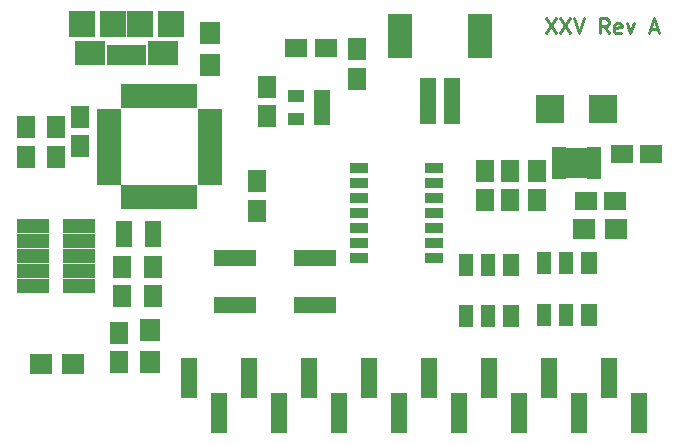
<source format=gbr>
G04 #@! TF.FileFunction,Soldermask,Top*
%FSLAX46Y46*%
G04 Gerber Fmt 4.6, Leading zero omitted, Abs format (unit mm)*
G04 Created by KiCad (PCBNEW 4.0.5+dfsg1-4) date Mon May 29 16:20:49 2017*
%MOMM*%
%LPD*%
G01*
G04 APERTURE LIST*
%ADD10C,0.100000*%
%ADD11C,0.254000*%
%ADD12R,1.400000X3.400000*%
%ADD13R,1.650000X1.900000*%
%ADD14R,1.900000X1.650000*%
%ADD15R,2.400000X2.400000*%
%ADD16R,1.400000X3.900000*%
%ADD17R,2.000000X3.800000*%
%ADD18R,0.800000X1.750000*%
%ADD19R,2.500000X2.000000*%
%ADD20R,2.200000X2.300000*%
%ADD21R,2.800000X1.150000*%
%ADD22R,1.700000X1.900000*%
%ADD23R,1.900000X1.700000*%
%ADD24R,3.600000X1.400000*%
%ADD25R,1.460000X1.050000*%
%ADD26R,0.950000X2.000000*%
%ADD27R,2.000000X0.950000*%
%ADD28R,1.200000X0.680000*%
%ADD29R,2.000000X2.550000*%
%ADD30R,1.543000X0.908000*%
%ADD31R,1.400000X2.200000*%
%ADD32R,1.200000X1.950000*%
%ADD33R,1.400000X1.950000*%
G04 APERTURE END LIST*
D10*
D11*
X162892620Y-76266524D02*
X163739286Y-77536524D01*
X163739286Y-76266524D02*
X162892620Y-77536524D01*
X164102144Y-76266524D02*
X164948810Y-77536524D01*
X164948810Y-76266524D02*
X164102144Y-77536524D01*
X165251191Y-76266524D02*
X165674525Y-77536524D01*
X166097858Y-76266524D01*
X168214524Y-77536524D02*
X167791191Y-76931762D01*
X167488810Y-77536524D02*
X167488810Y-76266524D01*
X167972619Y-76266524D01*
X168093572Y-76327000D01*
X168154048Y-76387476D01*
X168214524Y-76508429D01*
X168214524Y-76689857D01*
X168154048Y-76810810D01*
X168093572Y-76871286D01*
X167972619Y-76931762D01*
X167488810Y-76931762D01*
X169242619Y-77476048D02*
X169121667Y-77536524D01*
X168879762Y-77536524D01*
X168758810Y-77476048D01*
X168698334Y-77355095D01*
X168698334Y-76871286D01*
X168758810Y-76750333D01*
X168879762Y-76689857D01*
X169121667Y-76689857D01*
X169242619Y-76750333D01*
X169303096Y-76871286D01*
X169303096Y-76992238D01*
X168698334Y-77113190D01*
X169726429Y-76689857D02*
X170028810Y-77536524D01*
X170331190Y-76689857D01*
X171722143Y-77173667D02*
X172326905Y-77173667D01*
X171601190Y-77536524D02*
X172024524Y-76266524D01*
X172447857Y-77536524D01*
D12*
X168275000Y-106704000D03*
X163195000Y-106704000D03*
X158115000Y-106704000D03*
X153035000Y-106704000D03*
X147955000Y-106704000D03*
X142875000Y-106704000D03*
X137795000Y-106704000D03*
X132715000Y-106704000D03*
X170815000Y-109704000D03*
X165735000Y-109704000D03*
X160655000Y-109704000D03*
X155575000Y-109704000D03*
X150495000Y-109704000D03*
X145415000Y-109704000D03*
X140335000Y-109704000D03*
X135255000Y-109704000D03*
D13*
X146939000Y-81387000D03*
X146939000Y-78887000D03*
X138430000Y-90063000D03*
X138430000Y-92563000D03*
X126746000Y-105390000D03*
X126746000Y-102890000D03*
D14*
X141752000Y-78740000D03*
X144252000Y-78740000D03*
D13*
X129667000Y-97302000D03*
X129667000Y-99802000D03*
X139319000Y-84562000D03*
X139319000Y-82062000D03*
X127000000Y-97302000D03*
X127000000Y-99802000D03*
D14*
X169311000Y-87757000D03*
X171811000Y-87757000D03*
X168763000Y-91694000D03*
X166263000Y-91694000D03*
D13*
X123444000Y-87102000D03*
X123444000Y-84602000D03*
X118872000Y-87991000D03*
X118872000Y-85491000D03*
X121412000Y-87991000D03*
X121412000Y-85491000D03*
X157734000Y-89174000D03*
X157734000Y-91674000D03*
X162179000Y-89174000D03*
X162179000Y-91674000D03*
X159893000Y-89174000D03*
X159893000Y-91674000D03*
D15*
X167731000Y-83947000D03*
X163231000Y-83947000D03*
D16*
X154924000Y-83293000D03*
X152924000Y-83293000D03*
D17*
X157324000Y-77743000D03*
X150524000Y-77743000D03*
D18*
X128681000Y-79375000D03*
X128031000Y-79375000D03*
X127381000Y-79375000D03*
X126731000Y-79375000D03*
X126081000Y-79375000D03*
D19*
X130481000Y-79225000D03*
X124281000Y-79225000D03*
D20*
X128531000Y-76700000D03*
X126231000Y-76700000D03*
X123581000Y-76700000D03*
X131181000Y-76700000D03*
D21*
X119462000Y-93853000D03*
X123362000Y-93853000D03*
X119462000Y-95123000D03*
X123362000Y-95123000D03*
X119462000Y-96393000D03*
X123362000Y-96393000D03*
X119462000Y-97663000D03*
X123362000Y-97663000D03*
X119462000Y-98933000D03*
X123362000Y-98933000D03*
D22*
X129413000Y-105363000D03*
X129413000Y-102663000D03*
D23*
X120189000Y-105537000D03*
X122889000Y-105537000D03*
X168863000Y-94107000D03*
X166163000Y-94107000D03*
D22*
X134493000Y-77517000D03*
X134493000Y-80217000D03*
D24*
X143354000Y-96552000D03*
X136554000Y-96552000D03*
X136554000Y-100552000D03*
X143354000Y-100552000D03*
D25*
X143975000Y-84770000D03*
X143975000Y-83820000D03*
X143975000Y-82870000D03*
X141775000Y-82870000D03*
X141775000Y-84770000D03*
D26*
X127375000Y-91372000D03*
X128175000Y-91372000D03*
X128975000Y-91372000D03*
X129775000Y-91372000D03*
X130575000Y-91372000D03*
X131375000Y-91372000D03*
X132175000Y-91372000D03*
X132975000Y-91372000D03*
D27*
X134425000Y-89922000D03*
X134425000Y-89122000D03*
X134425000Y-88322000D03*
X134425000Y-87522000D03*
X134425000Y-86722000D03*
X134425000Y-85922000D03*
X134425000Y-85122000D03*
X134425000Y-84322000D03*
D26*
X132975000Y-82872000D03*
X132175000Y-82872000D03*
X131375000Y-82872000D03*
X130575000Y-82872000D03*
X129775000Y-82872000D03*
X128975000Y-82872000D03*
X128175000Y-82872000D03*
X127375000Y-82872000D03*
D27*
X125925000Y-84322000D03*
X125925000Y-85122000D03*
X125925000Y-85922000D03*
X125925000Y-86722000D03*
X125925000Y-87522000D03*
X125925000Y-88322000D03*
X125925000Y-89122000D03*
X125925000Y-89922000D03*
D28*
X166943500Y-87519000D03*
X164018500Y-87519000D03*
X166943500Y-88019000D03*
X164018500Y-88019000D03*
X166943500Y-88519000D03*
X164018500Y-88519000D03*
X166943500Y-89019000D03*
X164018500Y-89019000D03*
X166943500Y-89519000D03*
X164018500Y-89519000D03*
D29*
X165481000Y-88519000D03*
D30*
X153416000Y-96520000D03*
X153416000Y-95250000D03*
X153416000Y-93980000D03*
X153416000Y-92710000D03*
X153416000Y-91440000D03*
X153416000Y-90170000D03*
X153416000Y-88900000D03*
X147066000Y-88900000D03*
X147066000Y-90170000D03*
X147066000Y-92710000D03*
X147066000Y-93980000D03*
X147066000Y-95250000D03*
X147066000Y-96520000D03*
X147066000Y-91440000D03*
D31*
X129647000Y-94488000D03*
X127147000Y-94488000D03*
D32*
X156138000Y-97139000D03*
X156138000Y-101489000D03*
X157988000Y-97139000D03*
X157988000Y-101489000D03*
D33*
X159938000Y-97139000D03*
X159938000Y-101489000D03*
D32*
X162742000Y-97012000D03*
X162742000Y-101362000D03*
X164592000Y-97012000D03*
X164592000Y-101362000D03*
D33*
X166542000Y-97012000D03*
X166542000Y-101362000D03*
M02*

</source>
